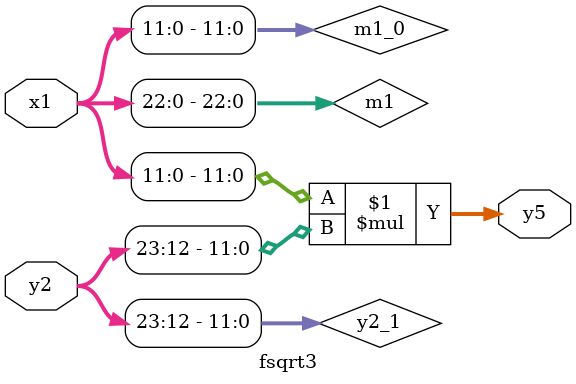
<source format=sv>
`default_nettype none

module fsqrt3(
  input wire [31:0] x1,
  input wire [23:0] y2,
  output wire [23:0] y5 );
  
  wire [22:0] m1;
  assign m1 = x1[22:0];

  wire [11:0] m1_0, y2_1;
  assign m1_0 = m1[11:0];
  assign y2_1 = y2[23:12];

  assign y5 = m1_0 * y2_1;

endmodule

`default_nettype wire

</source>
